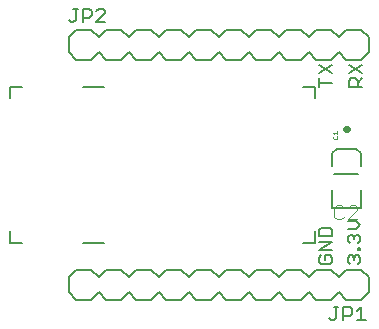
<source format=gbr>
G04 EAGLE Gerber RS-274X export*
G75*
%MOMM*%
%FSLAX34Y34*%
%LPD*%
%INSilkscreen Top*%
%IPPOS*%
%AMOC8*
5,1,8,0,0,1.08239X$1,22.5*%
G01*
%ADD10C,0.203200*%
%ADD11C,0.558800*%
%ADD12C,0.025400*%
%ADD13C,0.127000*%
%ADD14C,0.101600*%


D10*
X237736Y30226D02*
X235957Y32006D01*
X235957Y35565D01*
X237736Y37344D01*
X239516Y37344D01*
X241295Y35565D01*
X241295Y33785D01*
X241295Y35565D02*
X243075Y37344D01*
X244855Y37344D01*
X246634Y35565D01*
X246634Y32006D01*
X244855Y30226D01*
X244855Y41920D02*
X246634Y41920D01*
X244855Y41920D02*
X244855Y43699D01*
X246634Y43699D01*
X246634Y41920D01*
X237736Y47767D02*
X235957Y49546D01*
X235957Y53106D01*
X237736Y54885D01*
X239516Y54885D01*
X241295Y53106D01*
X241295Y51326D01*
X241295Y53106D02*
X243075Y54885D01*
X244855Y54885D01*
X246634Y53106D01*
X246634Y49546D01*
X244855Y47767D01*
X243075Y59461D02*
X235957Y59461D01*
X243075Y59461D02*
X246634Y63020D01*
X243075Y66579D01*
X235957Y66579D01*
X222504Y183645D02*
X211827Y183645D01*
X211827Y180086D02*
X211827Y187204D01*
X211827Y191780D02*
X222504Y198898D01*
X222504Y191780D02*
X211827Y198898D01*
X237227Y180086D02*
X247904Y180086D01*
X237227Y180086D02*
X237227Y185425D01*
X239006Y187204D01*
X242565Y187204D01*
X244345Y185425D01*
X244345Y180086D01*
X244345Y183645D02*
X247904Y187204D01*
X237227Y191780D02*
X247904Y198898D01*
X247904Y191780D02*
X237227Y198898D01*
X213606Y37344D02*
X211827Y35565D01*
X211827Y32006D01*
X213606Y30226D01*
X220725Y30226D01*
X222504Y32006D01*
X222504Y35565D01*
X220725Y37344D01*
X217165Y37344D01*
X217165Y33785D01*
X211827Y41920D02*
X222504Y41920D01*
X222504Y49038D02*
X211827Y41920D01*
X211827Y49038D02*
X222504Y49038D01*
X222504Y53614D02*
X211827Y53614D01*
X222504Y53614D02*
X222504Y58953D01*
X220725Y60732D01*
X213606Y60732D01*
X211827Y58953D01*
X211827Y53614D01*
X29300Y180300D02*
X12300Y180300D01*
X12300Y48300D02*
X29300Y48300D01*
X208300Y170300D02*
X208300Y180300D01*
X198300Y180300D01*
X208300Y58300D02*
X208300Y48300D01*
X198300Y48300D01*
X-49700Y48300D02*
X-49700Y58300D01*
X-49700Y48300D02*
X-39700Y48300D01*
X-49700Y170300D02*
X-49700Y180300D01*
X-39700Y180300D01*
D11*
X234645Y144780D02*
X235255Y144780D01*
D12*
X224025Y138559D02*
X223390Y137924D01*
X223390Y136653D01*
X224025Y136017D01*
X226567Y136017D01*
X227203Y136653D01*
X227203Y137924D01*
X226567Y138559D01*
X224661Y139759D02*
X223390Y141030D01*
X227203Y141030D01*
X227203Y139759D02*
X227203Y142301D01*
D10*
X246950Y92870D02*
X246950Y77870D01*
X222950Y77870D01*
X222950Y92870D01*
X246950Y112870D02*
X246950Y123870D01*
X242950Y127870D01*
X226950Y127870D01*
X222950Y123870D01*
X222950Y112870D01*
D13*
X224790Y106680D02*
X245110Y106680D01*
D14*
X230617Y79672D02*
X232566Y77723D01*
X230617Y79672D02*
X226719Y79672D01*
X224770Y77723D01*
X224770Y69927D01*
X226719Y67978D01*
X230617Y67978D01*
X232566Y69927D01*
X236464Y67978D02*
X244260Y67978D01*
X236464Y67978D02*
X244260Y75774D01*
X244260Y77723D01*
X242311Y79672D01*
X238413Y79672D01*
X236464Y77723D01*
D10*
X95250Y0D02*
X82550Y0D01*
X76200Y6350D01*
X76200Y19050D02*
X82550Y25400D01*
X120650Y0D02*
X127000Y6350D01*
X120650Y0D02*
X107950Y0D01*
X101600Y6350D01*
X101600Y19050D02*
X107950Y25400D01*
X120650Y25400D01*
X127000Y19050D01*
X101600Y6350D02*
X95250Y0D01*
X101600Y19050D02*
X95250Y25400D01*
X82550Y25400D01*
X158750Y0D02*
X171450Y0D01*
X158750Y0D02*
X152400Y6350D01*
X152400Y19050D02*
X158750Y25400D01*
X152400Y6350D02*
X146050Y0D01*
X133350Y0D01*
X127000Y6350D01*
X127000Y19050D02*
X133350Y25400D01*
X146050Y25400D01*
X152400Y19050D01*
X196850Y0D02*
X203200Y6350D01*
X196850Y0D02*
X184150Y0D01*
X177800Y6350D01*
X177800Y19050D02*
X184150Y25400D01*
X196850Y25400D01*
X203200Y19050D01*
X177800Y6350D02*
X171450Y0D01*
X177800Y19050D02*
X171450Y25400D01*
X158750Y25400D01*
X234950Y0D02*
X247650Y0D01*
X234950Y0D02*
X228600Y6350D01*
X228600Y19050D02*
X234950Y25400D01*
X228600Y6350D02*
X222250Y0D01*
X209550Y0D01*
X203200Y6350D01*
X203200Y19050D02*
X209550Y25400D01*
X222250Y25400D01*
X228600Y19050D01*
X254000Y19050D02*
X254000Y6350D01*
X247650Y0D01*
X254000Y19050D02*
X247650Y25400D01*
X234950Y25400D01*
X69850Y0D02*
X57150Y0D01*
X50800Y6350D01*
X50800Y19050D02*
X57150Y25400D01*
X76200Y6350D02*
X69850Y0D01*
X76200Y19050D02*
X69850Y25400D01*
X57150Y25400D01*
X44450Y0D02*
X31750Y0D01*
X25400Y6350D01*
X25400Y19050D02*
X31750Y25400D01*
X50800Y6350D02*
X44450Y0D01*
X50800Y19050D02*
X44450Y25400D01*
X31750Y25400D01*
X19050Y0D02*
X6350Y0D01*
X0Y6350D01*
X0Y19050D01*
X6350Y25400D01*
X25400Y6350D02*
X19050Y0D01*
X25400Y19050D02*
X19050Y25400D01*
X6350Y25400D01*
D13*
X220315Y-15746D02*
X222222Y-17653D01*
X224128Y-17653D01*
X226035Y-15746D01*
X226035Y-6213D01*
X224128Y-6213D02*
X227942Y-6213D01*
X232009Y-6213D02*
X232009Y-17653D01*
X232009Y-6213D02*
X237729Y-6213D01*
X239636Y-8120D01*
X239636Y-11933D01*
X237729Y-13840D01*
X232009Y-13840D01*
X243703Y-10027D02*
X247516Y-6213D01*
X247516Y-17653D01*
X243703Y-17653D02*
X251329Y-17653D01*
D10*
X171450Y228600D02*
X158750Y228600D01*
X171450Y228600D02*
X177800Y222250D01*
X177800Y209550D02*
X171450Y203200D01*
X133350Y228600D02*
X127000Y222250D01*
X133350Y228600D02*
X146050Y228600D01*
X152400Y222250D01*
X152400Y209550D02*
X146050Y203200D01*
X133350Y203200D01*
X127000Y209550D01*
X152400Y222250D02*
X158750Y228600D01*
X152400Y209550D02*
X158750Y203200D01*
X171450Y203200D01*
X95250Y228600D02*
X82550Y228600D01*
X95250Y228600D02*
X101600Y222250D01*
X101600Y209550D02*
X95250Y203200D01*
X101600Y222250D02*
X107950Y228600D01*
X120650Y228600D01*
X127000Y222250D01*
X127000Y209550D02*
X120650Y203200D01*
X107950Y203200D01*
X101600Y209550D01*
X57150Y228600D02*
X50800Y222250D01*
X57150Y228600D02*
X69850Y228600D01*
X76200Y222250D01*
X76200Y209550D02*
X69850Y203200D01*
X57150Y203200D01*
X50800Y209550D01*
X76200Y222250D02*
X82550Y228600D01*
X76200Y209550D02*
X82550Y203200D01*
X95250Y203200D01*
X19050Y228600D02*
X6350Y228600D01*
X19050Y228600D02*
X25400Y222250D01*
X25400Y209550D02*
X19050Y203200D01*
X25400Y222250D02*
X31750Y228600D01*
X44450Y228600D01*
X50800Y222250D01*
X50800Y209550D02*
X44450Y203200D01*
X31750Y203200D01*
X25400Y209550D01*
X0Y209550D02*
X0Y222250D01*
X6350Y228600D01*
X0Y209550D02*
X6350Y203200D01*
X19050Y203200D01*
X184150Y228600D02*
X196850Y228600D01*
X203200Y222250D01*
X203200Y209550D02*
X196850Y203200D01*
X177800Y222250D02*
X184150Y228600D01*
X177800Y209550D02*
X184150Y203200D01*
X196850Y203200D01*
X209550Y228600D02*
X222250Y228600D01*
X228600Y222250D01*
X228600Y209550D02*
X222250Y203200D01*
X203200Y222250D02*
X209550Y228600D01*
X203200Y209550D02*
X209550Y203200D01*
X222250Y203200D01*
X234950Y228600D02*
X247650Y228600D01*
X254000Y222250D01*
X254000Y209550D01*
X247650Y203200D01*
X228600Y222250D02*
X234950Y228600D01*
X228600Y209550D02*
X234950Y203200D01*
X247650Y203200D01*
D13*
X1780Y234823D02*
X-127Y236730D01*
X1780Y234823D02*
X3686Y234823D01*
X5593Y236730D01*
X5593Y246263D01*
X3686Y246263D02*
X7500Y246263D01*
X11567Y246263D02*
X11567Y234823D01*
X11567Y246263D02*
X17287Y246263D01*
X19193Y244356D01*
X19193Y240543D01*
X17287Y238636D01*
X11567Y238636D01*
X23261Y234823D02*
X30887Y234823D01*
X23261Y234823D02*
X30887Y242450D01*
X30887Y244356D01*
X28981Y246263D01*
X25168Y246263D01*
X23261Y244356D01*
M02*

</source>
